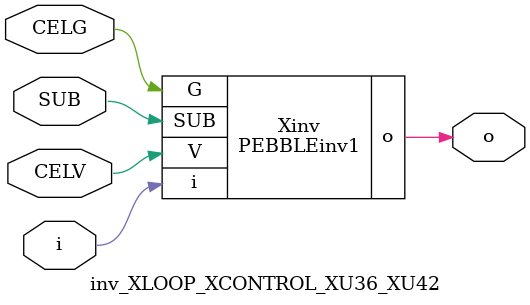
<source format=v>



module PEBBLEinv1 ( o, G, SUB, V, i );

  input V;
  input i;
  input G;
  output o;
  input SUB;
endmodule

//Celera Confidential Do Not Copy inv_XLOOP_XCONTROL_XU36_XU42
//Celera Confidential Symbol Generator
//5V Inverter
module inv_XLOOP_XCONTROL_XU36_XU42 (CELV,CELG,i,o,SUB);
input CELV;
input CELG;
input i;
input SUB;
output o;

//Celera Confidential Do Not Copy inv
PEBBLEinv1 Xinv(
.V (CELV),
.i (i),
.o (o),
.SUB (SUB),
.G (CELG)
);
//,diesize,PEBBLEinv1

//Celera Confidential Do Not Copy Module End
//Celera Schematic Generator
endmodule

</source>
